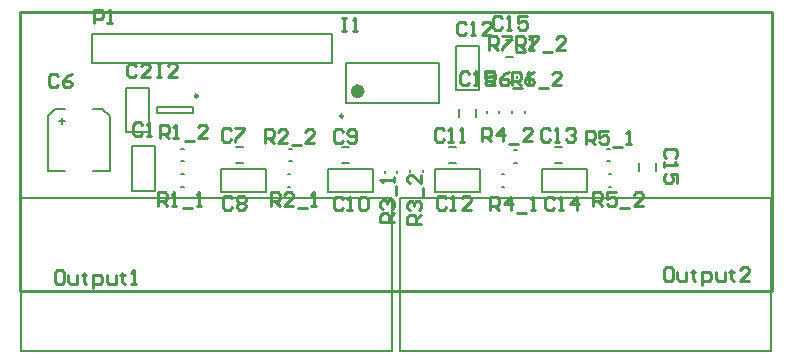
<source format=gto>
G04 Layer_Color=15132400*
%FSAX24Y24*%
%MOIN*%
G70*
G01*
G75*
%ADD20C,0.0100*%
%ADD29C,0.0098*%
%ADD30C,0.0236*%
%ADD31C,0.0079*%
%ADD32C,0.0050*%
%ADD33C,0.0060*%
D20*
X019550Y025690D02*
Y026140D01*
X019775D01*
X019850Y026065D01*
Y025915D01*
X019775Y025840D01*
X019550D01*
X020000Y025690D02*
X020150D01*
X020075D01*
Y026140D01*
X020000Y026065D01*
X033620Y024800D02*
Y025250D01*
X033845D01*
X033920Y025175D01*
Y025025D01*
X033845Y024950D01*
X033620D01*
X033770D02*
X033920Y024800D01*
X034070Y025250D02*
X034370D01*
Y025175D01*
X034070Y024875D01*
Y024800D01*
X034520Y024725D02*
X034820D01*
X035269Y024800D02*
X034970D01*
X035269Y025100D01*
Y025175D01*
X035194Y025250D01*
X035045D01*
X034970Y025175D01*
X027810Y025880D02*
X027960D01*
X027885D01*
Y025430D01*
X027810D01*
X027960D01*
X028185D02*
X028335D01*
X028260D01*
Y025880D01*
X028185Y025805D01*
X024114Y022123D02*
X024039Y022198D01*
X023889D01*
X023814Y022123D01*
Y021823D01*
X023889Y021748D01*
X024039D01*
X024114Y021823D01*
X024263Y022198D02*
X024563D01*
Y022123D01*
X024263Y021823D01*
Y021748D01*
X021170Y022315D02*
X021095Y022390D01*
X020945D01*
X020870Y022315D01*
Y022015D01*
X020945Y021940D01*
X021095D01*
X021170Y022015D01*
X021320Y021940D02*
X021470D01*
X021395D01*
Y022390D01*
X021320Y022315D01*
X018360Y023925D02*
X018285Y024000D01*
X018135D01*
X018060Y023925D01*
Y023625D01*
X018135Y023550D01*
X018285D01*
X018360Y023625D01*
X018810Y024000D02*
X018660Y023925D01*
X018510Y023775D01*
Y023625D01*
X018585Y023550D01*
X018735D01*
X018810Y023625D01*
Y023700D01*
X018735Y023775D01*
X018510D01*
X021650Y024350D02*
X021800D01*
X021725D01*
Y023900D01*
X021650D01*
X021800D01*
X022325D02*
X022025D01*
X022325Y024200D01*
Y024275D01*
X022250Y024350D01*
X022100D01*
X022025Y024275D01*
X018475Y017450D02*
X018325D01*
X018250Y017375D01*
Y017075D01*
X018325Y017000D01*
X018475D01*
X018550Y017075D01*
Y017375D01*
X018475Y017450D01*
X018700Y017300D02*
Y017075D01*
X018775Y017000D01*
X019000D01*
Y017300D01*
X019225Y017375D02*
Y017300D01*
X019150D01*
X019300D01*
X019225D01*
Y017075D01*
X019300Y017000D01*
X019525Y016850D02*
Y017300D01*
X019750D01*
X019824Y017225D01*
Y017075D01*
X019750Y017000D01*
X019525D01*
X019974Y017300D02*
Y017075D01*
X020049Y017000D01*
X020274D01*
Y017300D01*
X020499Y017375D02*
Y017300D01*
X020424D01*
X020574D01*
X020499D01*
Y017075D01*
X020574Y017000D01*
X020799D02*
X020949D01*
X020874D01*
Y017450D01*
X020799Y017375D01*
X021700Y019600D02*
Y020050D01*
X021925D01*
X022000Y019975D01*
Y019825D01*
X021925Y019750D01*
X021700D01*
X021850D02*
X022000Y019600D01*
X022150D02*
X022300D01*
X022225D01*
Y020050D01*
X022150Y019975D01*
X022525Y019525D02*
X022825D01*
X022975Y019600D02*
X023125D01*
X023050D01*
Y020050D01*
X022975Y019975D01*
X021750Y021850D02*
Y022300D01*
X021975D01*
X022050Y022225D01*
Y022075D01*
X021975Y022000D01*
X021750D01*
X021900D02*
X022050Y021850D01*
X022200D02*
X022350D01*
X022275D01*
Y022300D01*
X022200Y022225D01*
X022575Y021775D02*
X022875D01*
X023324Y021850D02*
X023025D01*
X023324Y022150D01*
Y022225D01*
X023250Y022300D01*
X023100D01*
X023025Y022225D01*
X032770Y019450D02*
Y019900D01*
X032995D01*
X033070Y019825D01*
Y019675D01*
X032995Y019600D01*
X032770D01*
X032920D02*
X033070Y019450D01*
X033445D02*
Y019900D01*
X033220Y019675D01*
X033520D01*
X033670Y019375D02*
X033970D01*
X034120Y019450D02*
X034270D01*
X034195D01*
Y019900D01*
X034120Y019825D01*
X032500Y021750D02*
Y022200D01*
X032725D01*
X032800Y022125D01*
Y021975D01*
X032725Y021900D01*
X032500D01*
X032650D02*
X032800Y021750D01*
X033175D02*
Y022200D01*
X032950Y021975D01*
X033250D01*
X033400Y021675D02*
X033700D01*
X034149Y021750D02*
X033850D01*
X034149Y022050D01*
Y022125D01*
X034074Y022200D01*
X033925D01*
X033850Y022125D01*
X035950Y021650D02*
Y022100D01*
X036175D01*
X036250Y022025D01*
Y021875D01*
X036175Y021800D01*
X035950D01*
X036100D02*
X036250Y021650D01*
X036700Y022100D02*
X036400D01*
Y021875D01*
X036550Y021950D01*
X036625D01*
X036700Y021875D01*
Y021725D01*
X036625Y021650D01*
X036475D01*
X036400Y021725D01*
X036850Y021575D02*
X037150D01*
X037300Y021650D02*
X037450D01*
X037375D01*
Y022100D01*
X037300Y022025D01*
X036200Y019600D02*
Y020050D01*
X036425D01*
X036500Y019975D01*
Y019825D01*
X036425Y019750D01*
X036200D01*
X036350D02*
X036500Y019600D01*
X036950Y020050D02*
X036650D01*
Y019825D01*
X036800Y019900D01*
X036875D01*
X036950Y019825D01*
Y019675D01*
X036875Y019600D01*
X036725D01*
X036650Y019675D01*
X037100Y019525D02*
X037400D01*
X037849Y019600D02*
X037550D01*
X037849Y019900D01*
Y019975D01*
X037774Y020050D01*
X037625D01*
X037550Y019975D01*
X025450Y019600D02*
Y020050D01*
X025675D01*
X025750Y019975D01*
Y019825D01*
X025675Y019750D01*
X025450D01*
X025600D02*
X025750Y019600D01*
X026200D02*
X025900D01*
X026200Y019900D01*
Y019975D01*
X026125Y020050D01*
X025975D01*
X025900Y019975D01*
X026350Y019525D02*
X026650D01*
X026800Y019600D02*
X026950D01*
X026875D01*
Y020050D01*
X026800Y019975D01*
X025250Y021700D02*
Y022150D01*
X025475D01*
X025550Y022075D01*
Y021925D01*
X025475Y021850D01*
X025250D01*
X025400D02*
X025550Y021700D01*
X026000D02*
X025700D01*
X026000Y022000D01*
Y022075D01*
X025925Y022150D01*
X025775D01*
X025700Y022075D01*
X026150Y021625D02*
X026450D01*
X026899Y021700D02*
X026600D01*
X026899Y022000D01*
Y022075D01*
X026824Y022150D01*
X026675D01*
X026600Y022075D01*
X029550Y019050D02*
X029100D01*
Y019275D01*
X029175Y019350D01*
X029325D01*
X029400Y019275D01*
Y019050D01*
Y019200D02*
X029550Y019350D01*
X029175Y019500D02*
X029100Y019575D01*
Y019725D01*
X029175Y019800D01*
X029250D01*
X029325Y019725D01*
Y019650D01*
Y019725D01*
X029400Y019800D01*
X029475D01*
X029550Y019725D01*
Y019575D01*
X029475Y019500D01*
X029625Y019950D02*
Y020250D01*
X029550Y020400D02*
Y020550D01*
Y020475D01*
X029100D01*
X029175Y020400D01*
X030450Y019000D02*
X030000D01*
Y019225D01*
X030075Y019300D01*
X030225D01*
X030300Y019225D01*
Y019000D01*
Y019150D02*
X030450Y019300D01*
X030075Y019450D02*
X030000Y019525D01*
Y019675D01*
X030075Y019750D01*
X030150D01*
X030225Y019675D01*
Y019600D01*
Y019675D01*
X030300Y019750D01*
X030375D01*
X030450Y019675D01*
Y019525D01*
X030375Y019450D01*
X030525Y019900D02*
Y020200D01*
X030450Y020649D02*
Y020350D01*
X030150Y020649D01*
X030075D01*
X030000Y020574D01*
Y020425D01*
X030075Y020350D01*
X033480Y023620D02*
Y024070D01*
X033705D01*
X033780Y023995D01*
Y023845D01*
X033705Y023770D01*
X033480D01*
X033630D02*
X033780Y023620D01*
X034230Y024070D02*
X034080Y023995D01*
X033930Y023845D01*
Y023695D01*
X034005Y023620D01*
X034155D01*
X034230Y023695D01*
Y023770D01*
X034155Y023845D01*
X033930D01*
X034380Y023545D02*
X034680D01*
X035129Y023620D02*
X034830D01*
X035129Y023920D01*
Y023995D01*
X035054Y024070D01*
X034905D01*
X034830Y023995D01*
X032630Y023620D02*
Y024070D01*
X032855D01*
X032930Y023995D01*
Y023845D01*
X032855Y023770D01*
X032630D01*
X032780D02*
X032930Y023620D01*
X033380Y024070D02*
X033230Y023995D01*
X033080Y023845D01*
Y023695D01*
X033155Y023620D01*
X033305D01*
X033380Y023695D01*
Y023770D01*
X033305Y023845D01*
X033080D01*
X033530Y023545D02*
X033830D01*
X033980Y023620D02*
X034130D01*
X034055D01*
Y024070D01*
X033980Y023995D01*
X032720Y024800D02*
Y025250D01*
X032945D01*
X033020Y025175D01*
Y025025D01*
X032945Y024950D01*
X032720D01*
X032870D02*
X033020Y024800D01*
X033170Y025250D02*
X033470D01*
Y025175D01*
X033170Y024875D01*
Y024800D01*
X033620Y024725D02*
X033920D01*
X034070Y024800D02*
X034220D01*
X034145D01*
Y025250D01*
X034070Y025175D01*
X032070Y024015D02*
X031995Y024090D01*
X031845D01*
X031770Y024015D01*
Y023715D01*
X031845Y023640D01*
X031995D01*
X032070Y023715D01*
X032220Y023640D02*
X032370D01*
X032295D01*
Y024090D01*
X032220Y024015D01*
X032895Y024090D02*
X032595D01*
Y023865D01*
X032745Y023940D01*
X032820D01*
X032895Y023865D01*
Y023715D01*
X032820Y023640D01*
X032670D01*
X032595Y023715D01*
X033160Y025855D02*
X033085Y025930D01*
X032935D01*
X032860Y025855D01*
Y025555D01*
X032935Y025480D01*
X033085D01*
X033160Y025555D01*
X033310Y025480D02*
X033460D01*
X033385D01*
Y025930D01*
X033310Y025855D01*
X033985Y025930D02*
X033685D01*
Y025705D01*
X033835Y025780D01*
X033910D01*
X033985Y025705D01*
Y025555D01*
X033910Y025480D01*
X033760D01*
X033685Y025555D01*
X031970Y025665D02*
X031895Y025740D01*
X031745D01*
X031670Y025665D01*
Y025365D01*
X031745Y025290D01*
X031895D01*
X031970Y025365D01*
X032120Y025290D02*
X032270D01*
X032195D01*
Y025740D01*
X032120Y025665D01*
X032795Y025290D02*
X032495D01*
X032795Y025590D01*
Y025665D01*
X032720Y025740D01*
X032570D01*
X032495Y025665D01*
X038925Y021200D02*
X039000Y021275D01*
Y021425D01*
X038925Y021500D01*
X038625D01*
X038550Y021425D01*
Y021275D01*
X038625Y021200D01*
X038550Y021050D02*
Y020900D01*
Y020975D01*
X039000D01*
X038925Y021050D01*
X039000Y020375D02*
Y020675D01*
X038775D01*
X038850Y020525D01*
Y020450D01*
X038775Y020375D01*
X038625D01*
X038550Y020450D01*
Y020600D01*
X038625Y020675D01*
X034900Y019825D02*
X034825Y019900D01*
X034675D01*
X034600Y019825D01*
Y019525D01*
X034675Y019450D01*
X034825D01*
X034900Y019525D01*
X035050Y019450D02*
X035200D01*
X035125D01*
Y019900D01*
X035050Y019825D01*
X035650Y019450D02*
Y019900D01*
X035425Y019675D01*
X035725D01*
X034764Y022123D02*
X034689Y022198D01*
X034539D01*
X034464Y022123D01*
Y021823D01*
X034539Y021748D01*
X034689D01*
X034764Y021823D01*
X034913Y021748D02*
X035063D01*
X034988D01*
Y022198D01*
X034913Y022123D01*
X035288D02*
X035363Y022198D01*
X035513D01*
X035588Y022123D01*
Y022048D01*
X035513Y021973D01*
X035438D01*
X035513D01*
X035588Y021898D01*
Y021823D01*
X035513Y021748D01*
X035363D01*
X035288Y021823D01*
X031280Y019855D02*
X031205Y019930D01*
X031055D01*
X030980Y019855D01*
Y019555D01*
X031055Y019480D01*
X031205D01*
X031280Y019555D01*
X031430Y019480D02*
X031580D01*
X031505D01*
Y019930D01*
X031430Y019855D01*
X032105Y019480D02*
X031805D01*
X032105Y019780D01*
Y019855D01*
X032030Y019930D01*
X031880D01*
X031805Y019855D01*
X031214Y022123D02*
X031139Y022198D01*
X030989D01*
X030914Y022123D01*
Y021823D01*
X030989Y021748D01*
X031139D01*
X031214Y021823D01*
X031363Y021748D02*
X031513D01*
X031438D01*
Y022198D01*
X031363Y022123D01*
X031738Y021748D02*
X031888D01*
X031813D01*
Y022198D01*
X031738Y022123D01*
X027850Y019825D02*
X027775Y019900D01*
X027625D01*
X027550Y019825D01*
Y019525D01*
X027625Y019450D01*
X027775D01*
X027850Y019525D01*
X028000Y019450D02*
X028150D01*
X028075D01*
Y019900D01*
X028000Y019825D01*
X028375D02*
X028450Y019900D01*
X028600D01*
X028675Y019825D01*
Y019525D01*
X028600Y019450D01*
X028450D01*
X028375Y019525D01*
Y019825D01*
X027850Y022075D02*
X027775Y022150D01*
X027625D01*
X027550Y022075D01*
Y021775D01*
X027625Y021700D01*
X027775D01*
X027850Y021775D01*
X028000D02*
X028075Y021700D01*
X028225D01*
X028300Y021775D01*
Y022075D01*
X028225Y022150D01*
X028075D01*
X028000Y022075D01*
Y022000D01*
X028075Y021925D01*
X028300D01*
X024160Y019855D02*
X024085Y019930D01*
X023935D01*
X023860Y019855D01*
Y019555D01*
X023935Y019480D01*
X024085D01*
X024160Y019555D01*
X024310Y019855D02*
X024385Y019930D01*
X024535D01*
X024610Y019855D01*
Y019780D01*
X024535Y019705D01*
X024610Y019630D01*
Y019555D01*
X024535Y019480D01*
X024385D01*
X024310Y019555D01*
Y019630D01*
X024385Y019705D01*
X024310Y019780D01*
Y019855D01*
X024385Y019705D02*
X024535D01*
X038775Y017550D02*
X038625D01*
X038550Y017475D01*
Y017175D01*
X038625Y017100D01*
X038775D01*
X038850Y017175D01*
Y017475D01*
X038775Y017550D01*
X039000Y017400D02*
Y017175D01*
X039075Y017100D01*
X039300D01*
Y017400D01*
X039525Y017475D02*
Y017400D01*
X039450D01*
X039600D01*
X039525D01*
Y017175D01*
X039600Y017100D01*
X039825Y016950D02*
Y017400D01*
X040050D01*
X040124Y017325D01*
Y017175D01*
X040050Y017100D01*
X039825D01*
X040274Y017400D02*
Y017175D01*
X040349Y017100D01*
X040574D01*
Y017400D01*
X040799Y017475D02*
Y017400D01*
X040724D01*
X040874D01*
X040799D01*
Y017175D01*
X040874Y017100D01*
X041399D02*
X041099D01*
X041399Y017400D01*
Y017475D01*
X041324Y017550D01*
X041174D01*
X041099Y017475D01*
X020970Y024265D02*
X020895Y024340D01*
X020745D01*
X020670Y024265D01*
Y023965D01*
X020745Y023890D01*
X020895D01*
X020970Y023965D01*
X021420Y023890D02*
X021120D01*
X021420Y024190D01*
Y024265D01*
X021345Y024340D01*
X021195D01*
X021120Y024265D01*
X017100Y016750D02*
Y026050D01*
Y016750D02*
X042150D01*
Y026050D01*
X017100D02*
X042150D01*
D29*
X027856Y022598D02*
G03*
X027856Y022598I-000049J000000D01*
G01*
X023008Y023272D02*
G03*
X023008Y023272I-000049J000000D01*
G01*
D30*
X028457Y023424D02*
G03*
X028457Y023424I-000118J000000D01*
G01*
D31*
X019500Y025342D02*
X027500D01*
Y024358D02*
Y025342D01*
X019500Y024358D02*
X027500D01*
X019500D02*
Y025342D01*
X033639Y023867D02*
Y023946D01*
X034053Y023867D02*
Y023946D01*
X027945Y023031D02*
X031055D01*
X027945Y024369D02*
X031055D01*
X027945Y023031D02*
Y024369D01*
X031055Y023031D02*
Y024369D01*
X020806Y020102D02*
X021594D01*
X020806D02*
Y021598D01*
X021594D01*
Y020102D02*
Y021598D01*
X019522Y022843D02*
X019837D01*
X020093Y022587D01*
Y020757D02*
Y022587D01*
X018263Y022843D02*
X018578D01*
X018007Y022587D02*
X018263Y022843D01*
X018007Y020757D02*
Y022587D01*
Y020757D02*
X018578D01*
X019522D02*
X020093D01*
X018381Y022440D02*
X018578D01*
X018479Y022342D02*
Y022538D01*
X022841Y022702D02*
Y022898D01*
X021659Y022702D02*
Y022898D01*
X022841D01*
X021659Y022702D02*
X022841D01*
X022461Y020657D02*
X022539D01*
X022461Y020243D02*
X022539D01*
X022461Y021507D02*
X022539D01*
X022461Y021093D02*
X022539D01*
X033148Y020243D02*
X033227D01*
X033148Y020657D02*
X033227D01*
X033561Y021043D02*
X033639D01*
X033561Y021457D02*
X033639D01*
X036661Y021093D02*
X036739D01*
X036661Y021507D02*
X036739D01*
X036711Y020243D02*
X036789D01*
X036711Y020657D02*
X036789D01*
X026023Y020243D02*
X026102D01*
X026023Y020657D02*
X026102D01*
X026061Y021093D02*
X026139D01*
X026061Y021507D02*
X026139D01*
X029244Y020703D02*
Y020782D01*
X029657Y020703D02*
Y020782D01*
X030094Y020728D02*
Y020807D01*
X030507Y020728D02*
Y020807D01*
X033915Y022686D02*
Y022764D01*
X033502Y022686D02*
Y022764D01*
X033065Y022686D02*
Y022764D01*
X032652Y022686D02*
Y022764D01*
X032739Y023867D02*
Y023946D01*
X033153Y023867D02*
Y023946D01*
X031606Y023452D02*
X032394D01*
X031606D02*
Y024948D01*
X032394D01*
Y023452D02*
Y024948D01*
X035983Y020056D02*
Y020844D01*
X034486Y020056D02*
X035983D01*
X034486D02*
Y020844D01*
X035983D01*
X032420Y020056D02*
Y020844D01*
X030924Y020056D02*
X032420D01*
X030924D02*
Y020844D01*
X032420D01*
X028858Y020056D02*
Y020844D01*
X027361Y020056D02*
X028858D01*
X027361D02*
Y020844D01*
X028858D01*
X025295Y020056D02*
Y020844D01*
X023799Y020056D02*
X025295D01*
X023799D02*
Y020844D01*
X025295D01*
X020606Y022052D02*
X021394D01*
X020606D02*
Y023548D01*
X021394D01*
Y022052D02*
Y023548D01*
D32*
X024278Y021578D02*
X024514Y021578D01*
X024278Y021027D02*
X024514D01*
X031724Y022582D02*
Y022818D01*
X032276Y022582D02*
Y022818D01*
X033282Y025126D02*
X033518D01*
X033282Y024574D02*
X033518D01*
X037724Y020782D02*
Y021018D01*
X038276Y020782D02*
Y021018D01*
X034928Y021027D02*
X035164D01*
X034928Y021578D02*
X035164D01*
X031378Y021027D02*
X031614D01*
X031378Y021578D02*
X031614D01*
X027828Y021027D02*
X028064D01*
X027828Y021578D02*
X028064D01*
D33*
X017120Y014750D02*
X029480D01*
X017120D02*
Y019850D01*
X029480D01*
Y014750D02*
Y019850D01*
X029770Y014750D02*
X042130D01*
X029770D02*
Y019850D01*
X042130D01*
Y014750D02*
Y019850D01*
M02*

</source>
